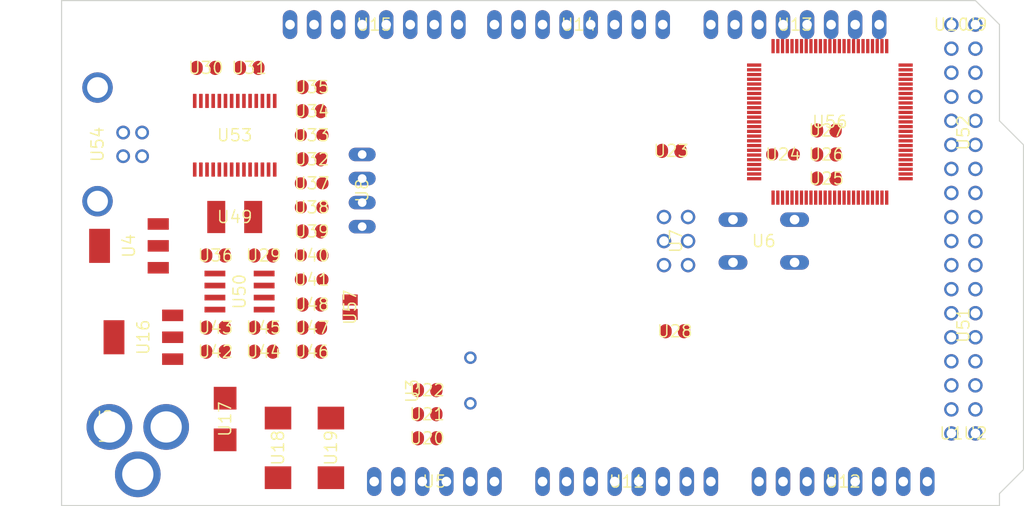
<source format=kicad_pcb>
(kicad_pcb (version 20221018) (generator pcbnew)
  (layers (0 "F.Cu" signal "Top") (31 "B.Cu" signal "Bottom") (34 "B.Paste" user) (35 "F.Paste" user) (36 "B.SilkS" user "B.Silkscreen") (37 "F.SilkS" user "F.Silkscreen") (38 "B.Mask" user) (39 "F.Mask" user) (44 "Edge.Cuts" user))
  (net 0 "")
  (net 1 "+5V")
  (net 2 "GND")
  (net 3 "N$6")
  (net 4 "N$7")
  (net 5 "AREF")
  (net 6 "RESET")
  (net 7 "VIN")
  (net 8 "N$3")
  (net 9 "PWRIN")
  (net 10 "M8RXD")
  (net 11 "M8TXD")
  (net 12 "ADC0")
  (net 13 "ADC2")
  (net 14 "ADC1")
  (net 15 "ADC3")
  (net 16 "ADC4")
  (net 17 "ADC5")
  (net 18 "ADC6")
  (net 19 "ADC7")
  (net 20 "+3V3")
  (net 21 "SDA")
  (net 22 "SCL")
  (net 23 "ADC9")
  (net 24 "ADC8")
  (net 25 "ADC10")
  (net 26 "ADC11")
  (net 27 "ADC12")
  (net 28 "ADC13")
  (net 29 "ADC14")
  (net 30 "ADC15")
  (net 31 "PB3")
  (net 32 "PB2")
  (net 33 "PB1")
  (net 34 "PB5")
  (net 35 "PB4")
  (net 36 "PE5")
  (net 37 "PE4")
  (net 38 "PE3")
  (net 39 "PE1")
  (net 40 "PE0")
  (net 41 "N$15")
  (net 42 "N$53")
  (net 43 "N$54")
  (net 44 "N$55")
  (net 45 "D-")
  (net 46 "D+")
  (net 47 "N$60")
  (net 48 "DTR")
  (net 49 "USBVCC")
  (net 50 "N$2")
  (net 51 "N$4")
  (net 52 "GATE_CMD")
  (net 53 "CMP")
  (net 54 "PB6")
  (net 55 "PH3")
  (net 56 "PH4")
  (net 57 "PH5")
  (net 58 "PH6")
  (net 59 "PG5")
  (net 60 "RXD1")
  (net 61 "TXD1")
  (net 62 "RXD2")
  (net 63 "RXD3")
  (net 64 "TXD2")
  (net 65 "TXD3")
  (net 66 "PC0")
  (net 67 "PC1")
  (net 68 "PC2")
  (net 69 "PC3")
  (net 70 "PC4")
  (net 71 "PC5")
  (net 72 "PC6")
  (net 73 "PC7")
  (net 74 "PB0")
  (net 75 "PG0")
  (net 76 "PG1")
  (net 77 "PG2")
  (net 78 "PD7")
  (net 79 "PA0")
  (net 80 "PA1")
  (net 81 "PA2")
  (net 82 "PA3")
  (net 83 "PA4")
  (net 84 "PA5")
  (net 85 "PA6")
  (net 86 "PA7")
  (net 87 "PL0")
  (net 88 "PL1")
  (net 89 "PL2")
  (net 90 "PL3")
  (net 91 "PL4")
  (net 92 "PL5")
  (net 93 "PL6")
  (net 94 "PL7")
  (net 95 "PB7")
  (net 96 "CTS")
  (net 97 "DSR")
  (net 98 "DCD")
  (net 99 "RI")
  (footprint "Arduino_MEGA_Reference_Design:2X03" (layer "F.Cu") (at 162.5981 103.7336 -90)
    (fp_text reference "U7")
    (fp_text value "")
  )
  (footprint "Arduino_MEGA_Reference_Design:1X08" (layer "F.Cu") (at 152.3111 80.8736 180)
    (fp_text reference "U14")
    (fp_text value "")
  )
  (footprint "Arduino_MEGA_Reference_Design:1X08" (layer "F.Cu") (at 130.7211 80.8736 180)
    (fp_text reference "U15")
    (fp_text value "")
  )
  (footprint "Arduino_MEGA_Reference_Design:SMC_D" (layer "F.Cu") (at 120.5611 125.5776 -90)
    (fp_text reference "U18")
    (fp_text value "")
  )
  (footprint "Arduino_MEGA_Reference_Design:SMC_D" (layer "F.Cu") (at 126.1491 125.5776 -90)
    (fp_text reference "U19")
    (fp_text value "")
  )
  (footprint "Arduino_MEGA_Reference_Design:B3F-10XX" (layer "F.Cu") (at 171.8691 103.7336 180)
    (fp_text reference "U6")
    (fp_text value "")
  )
  (footprint "Arduino_MEGA_Reference_Design:0805RND" (layer "F.Cu") (at 173.9011 94.5896 180)
    (fp_text reference "U24")
    (fp_text value "")
  )
  (footprint "Arduino_MEGA_Reference_Design:SMB" (layer "F.Cu") (at 114.9731 122.5296 -90)
    (fp_text reference "U17")
    (fp_text value "")
  )
  (footprint "Arduino_MEGA_Reference_Design:DC-21MM" (layer "F.Cu") (at 103.0351 123.2916 90)
    (fp_text reference "U55")
    (fp_text value "")
  )
  (footprint "Arduino_MEGA_Reference_Design:HC49_S" (layer "F.Cu") (at 140.8811 118.4656 90)
    (fp_text reference "U3")
    (fp_text value "")
  )
  (footprint "Arduino_MEGA_Reference_Design:SOT223" (layer "F.Cu") (at 106.3371 113.8936 90)
    (fp_text reference "U16")
    (fp_text value "")
  )
  (footprint "Arduino_MEGA_Reference_Design:1X06" (layer "F.Cu") (at 137.0711 129.1336)
    (fp_text reference "U5")
    (fp_text value "")
  )
  (footprint "Arduino_MEGA_Reference_Design:C0805RND" (layer "F.Cu") (at 124.1171 87.4776)
    (fp_text reference "U35")
    (fp_text value "")
  )
  (footprint "Arduino_MEGA_Reference_Design:C0805RND" (layer "F.Cu") (at 162.4711 113.2586)
    (fp_text reference "U28")
    (fp_text value "")
  )
  (footprint "Arduino_MEGA_Reference_Design:C0805RND" (layer "F.Cu") (at 136.3091 122.0216)
    (fp_text reference "U21")
    (fp_text value "")
  )
  (footprint "Arduino_MEGA_Reference_Design:C0805RND" (layer "F.Cu") (at 136.3091 119.4816)
    (fp_text reference "U22")
    (fp_text value "")
  )
  (footprint "Arduino_MEGA_Reference_Design:C0805RND" (layer "F.Cu") (at 113.9571 112.8776)
    (fp_text reference "U43")
    (fp_text value "")
  )
  (footprint "Arduino_MEGA_Reference_Design:RCL_0805RND" (layer "F.Cu") (at 124.1171 105.2576)
    (fp_text reference "U40")
    (fp_text value "")
  )
  (footprint "Arduino_MEGA_Reference_Design:RCL_0805RND" (layer "F.Cu") (at 124.1171 107.7976)
    (fp_text reference "U41")
    (fp_text value "")
  )
  (footprint "Arduino_MEGA_Reference_Design:1X08" (layer "F.Cu") (at 157.3911 129.1336)
    (fp_text reference "U11")
    (fp_text value "")
  )
  (footprint "Arduino_MEGA_Reference_Design:1X08" (layer "F.Cu") (at 175.1711 80.8736 180)
    (fp_text reference "U13")
    (fp_text value "")
  )
  (footprint "Arduino_MEGA_Reference_Design:R0805RND" (layer "F.Cu") (at 178.4731 94.5896 180)
    (fp_text reference "U26")
    (fp_text value "")
  )
  (footprint "Arduino_MEGA_Reference_Design:R0805RND" (layer "F.Cu") (at 178.4731 92.0496 180)
    (fp_text reference "U27")
    (fp_text value "")
  )
  (footprint "Arduino_MEGA_Reference_Design:TQFP100" (layer "F.Cu") (at 178.849853515625 91.14759826660156 0)
    (fp_text reference "U56")
    (fp_text value "")
  )
  (footprint "Arduino_MEGA_Reference_Design:C0805RND" (layer "F.Cu") (at 162.0901 94.2086 180)
    (fp_text reference "U23")
    (fp_text value "")
  )
  (footprint "Arduino_MEGA_Reference_Design:C0805RND" (layer "F.Cu") (at 136.3091 124.5616)
    (fp_text reference "U20")
    (fp_text value "")
  )
  (footprint "Arduino_MEGA_Reference_Design:1X08" (layer "F.Cu") (at 180.2511 129.1336)
    (fp_text reference "U12")
    (fp_text value "")
  )
  (footprint "Arduino_MEGA_Reference_Design:R0805RND" (layer "F.Cu") (at 124.1171 112.8776)
    (fp_text reference "U47")
    (fp_text value "")
  )
  (footprint "Arduino_MEGA_Reference_Design:C0805RND" (layer "F.Cu") (at 124.1171 115.4176)
    (fp_text reference "U46")
    (fp_text value "")
  )
  (footprint "Arduino_MEGA_Reference_Design:C0805RND" (layer "F.Cu") (at 113.9571 105.2576)
    (fp_text reference "U36")
    (fp_text value "")
  )
  (footprint "Arduino_MEGA_Reference_Design:C0805RND" (layer "F.Cu") (at 112.9411 85.4456)
    (fp_text reference "U30")
    (fp_text value "")
  )
  (footprint "Arduino_MEGA_Reference_Design:0805RND" (layer "F.Cu") (at 124.1171 100.1776 180)
    (fp_text reference "U38")
    (fp_text value "")
  )
  (footprint "Arduino_MEGA_Reference_Design:0805RND" (layer "F.Cu") (at 124.1171 97.6376 180)
    (fp_text reference "U37")
    (fp_text value "")
  )
  (footprint "Arduino_MEGA_Reference_Design:R0805RND" (layer "F.Cu") (at 124.1171 95.0976)
    (fp_text reference "U32")
    (fp_text value "")
  )
  (footprint "Arduino_MEGA_Reference_Design:R0805RND" (layer "F.Cu") (at 124.1171 102.7176)
    (fp_text reference "U39")
    (fp_text value "")
  )
  (footprint "Arduino_MEGA_Reference_Design:SSOP28" (layer "F.Cu") (at 115.9891 92.5576)
    (fp_text reference "U53")
    (fp_text value "")
  )
  (footprint "Arduino_MEGA_Reference_Design:PN61729" (layer "F.Cu") (at 98.9584 93.5228 -90)
    (fp_text reference "U54")
    (fp_text value "")
  )
  (footprint "Arduino_MEGA_Reference_Design:L1812" (layer "F.Cu") (at 115.9891 101.1936)
    (fp_text reference "U49")
    (fp_text value "")
  )
  (footprint "Arduino_MEGA_Reference_Design:C0805RND" (layer "F.Cu") (at 117.5131 85.4456)
    (fp_text reference "U31")
    (fp_text value "")
  )
  (footprint "Arduino_MEGA_Reference_Design:0805RND" (layer "F.Cu") (at 124.1171 92.5576 180)
    (fp_text reference "U33")
    (fp_text value "")
  )
  (footprint "Arduino_MEGA_Reference_Design:R0805RND" (layer "F.Cu") (at 124.1171 90.0176 180)
    (fp_text reference "U34")
    (fp_text value "")
  )
  (footprint "Arduino_MEGA_Reference_Design:C0805RND" (layer "F.Cu") (at 124.1171 110.4392 180)
    (fp_text reference "U48")
    (fp_text value "")
  )
  (footprint "Arduino_MEGA_Reference_Design:SOT223" (layer "F.Cu") (at 104.8131 104.2416 90)
    (fp_text reference "U4")
    (fp_text value "")
  )
  (footprint "Arduino_MEGA_Reference_Design:SO08" (layer "F.Cu") (at 116.4971 109.0676 -90)
    (fp_text reference "U50")
    (fp_text value "")
  )
  (footprint "Arduino_MEGA_Reference_Design:R0805RND" (layer "F.Cu") (at 113.9571 115.4176 180)
    (fp_text reference "U42")
    (fp_text value "")
  )
  (footprint "Arduino_MEGA_Reference_Design:R0805RND" (layer "F.Cu") (at 119.0371 112.8776 180)
    (fp_text reference "U45")
    (fp_text value "")
  )
  (footprint "Arduino_MEGA_Reference_Design:C0805RND" (layer "F.Cu") (at 119.0371 115.4176 180)
    (fp_text reference "U44")
    (fp_text value "")
  )
  (footprint "Arduino_MEGA_Reference_Design:C0805RND" (layer "F.Cu") (at 119.0371 105.2576)
    (fp_text reference "U29")
    (fp_text value "")
  )
  (footprint "Arduino_MEGA_Reference_Design:2X08" (layer "F.Cu") (at 192.9511 92.3036 90)
    (fp_text reference "U52")
    (fp_text value "")
  )
  (footprint "Arduino_MEGA_Reference_Design:2X08" (layer "F.Cu") (at 192.9511 112.6236 90)
    (fp_text reference "U51")
    (fp_text value "")
  )
  (footprint "Arduino_MEGA_Reference_Design:R0805RND" (layer "F.Cu") (at 178.4731 97.1296 180)
    (fp_text reference "U25")
    (fp_text value "")
  )
  (footprint "Arduino_MEGA_Reference_Design:1X01" (layer "F.Cu") (at 191.6811 80.8736)
    (fp_text reference "U10")
    (fp_text value "")
  )
  (footprint "Arduino_MEGA_Reference_Design:1X01" (layer "F.Cu") (at 194.2211 80.8736)
    (fp_text reference "U9")
    (fp_text value "")
  )
  (footprint "Arduino_MEGA_Reference_Design:1X01" (layer "F.Cu") (at 191.6811 124.0536)
    (fp_text reference "U1")
    (fp_text value "")
  )
  (footprint "Arduino_MEGA_Reference_Design:1X01" (layer "F.Cu") (at 194.2211 124.0536)
    (fp_text reference "U2")
    (fp_text value "")
  )
  (footprint "Arduino_MEGA_Reference_Design:SJ" (layer "F.Cu") (at 128.1811 110.7186 -90)
    (fp_text reference "U57")
    (fp_text value "")
  )
  (footprint "Arduino_MEGA_Reference_Design:JP4" (layer "F.Cu") (at 129.4511 98.3996 -90)
    (fp_text reference "U8")
    (fp_text value "")
  )
  (gr_line (start 196.7611 80.8736) (end 196.7611 91.0336) (layer "Edge.Cuts") (width 0.12))
  (gr_line (start 196.7611 130.4036) (end 196.7611 131.6736) (layer "Edge.Cuts") (width 0.12))
  (gr_line (start 194.2211 78.3336) (end 196.7611 80.8736) (layer "Edge.Cuts") (width 0.12))
  (gr_line (start 97.7011 78.3336) (end 194.2211 78.3336) (layer "Edge.Cuts") (width 0.12))
  (gr_line (start 196.7611 91.0336) (end 199.3011 93.5736) (layer "Edge.Cuts") (width 0.12))
  (gr_line (start 97.7011 131.6736) (end 97.7011 78.3336) (layer "Edge.Cuts") (width 0.12))
  (gr_line (start 196.7611 131.6736) (end 97.7011 131.6736) (layer "Edge.Cuts") (width 0.12))
  (gr_line (start 199.3011 93.5736) (end 199.3011 127.8636) (layer "Edge.Cuts") (width 0.12))
  (gr_line (start 199.3011 127.8636) (end 196.7611 130.4036) (layer "Edge.Cuts") (width 0.12))
)
</source>
